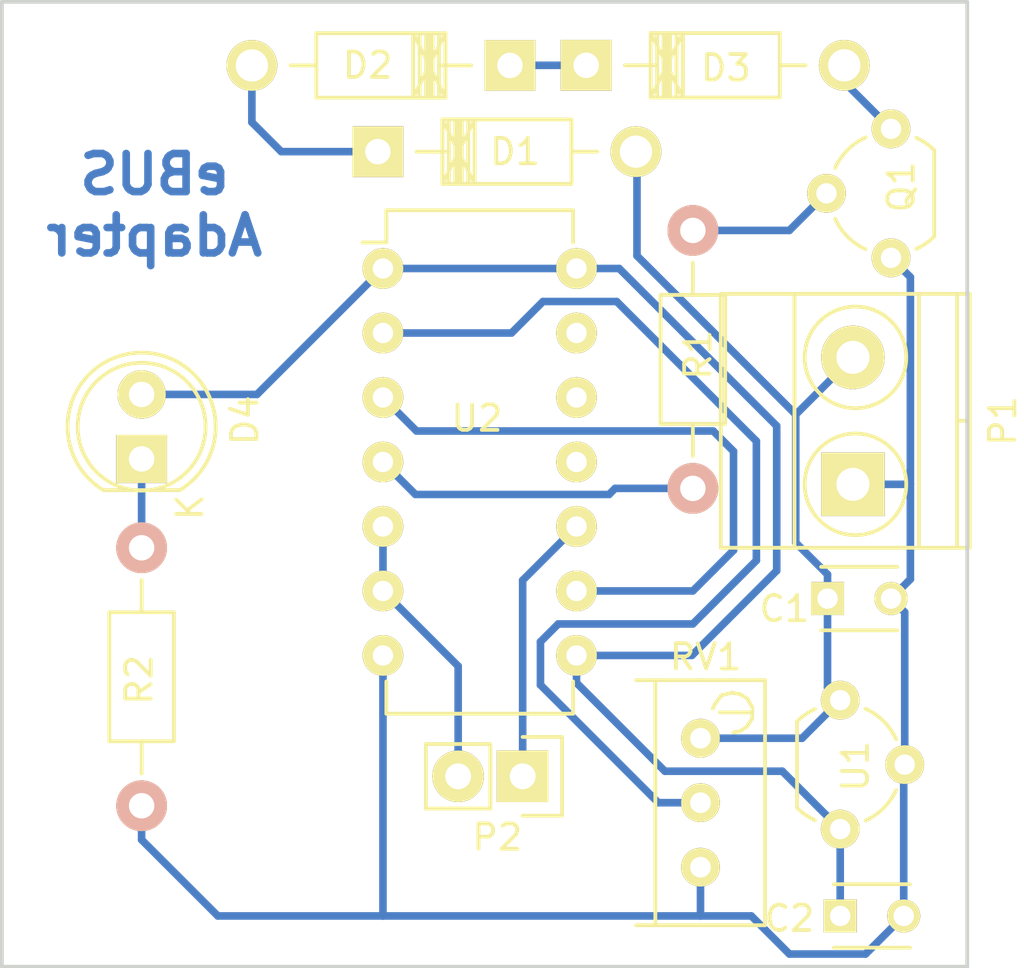
<source format=kicad_pcb>

(kicad_pcb
  (version 4)
  (host pcbnew 4.0.2-stable)
  (general
    (links 27)
    (no_connects 0)
    (area 11.924999 11.775 52.375 50.075001)
    (thickness 1.6)
    (drawings 5)
    (tracks 82)
    (zones 0)
    (modules 14)
    (nets 14))
  (page A4)
  (layers
    (0 F.Cu signal)
    (31 B.Cu signal)
    (32 B.Adhes user)
    (33 F.Adhes user)
    (34 B.Paste user)
    (35 F.Paste user)
    (36 B.SilkS user)
    (37 F.SilkS user)
    (38 B.Mask user)
    (39 F.Mask user)
    (40 Dwgs.User user)
    (41 Cmts.User user)
    (42 Eco1.User user)
    (43 Eco2.User user)
    (44 Edge.Cuts user)
    (45 Margin user)
    (46 B.CrtYd user)
    (47 F.CrtYd user)
    (48 B.Fab user)
    (49 F.Fab user))
  (setup
    (last_trace_width 0.3)
    (trace_clearance 0.2)
    (zone_clearance 0.508)
    (zone_45_only no)
    (trace_min 0.2)
    (segment_width 0.2)
    (edge_width 0.15)
    (via_size 0.6)
    (via_drill 0.4)
    (via_min_size 0.4)
    (via_min_drill 0.3)
    (uvia_size 0.3)
    (uvia_drill 0.1)
    (uvias_allowed no)
    (uvia_min_size 0.2)
    (uvia_min_drill 0.1)
    (pcb_text_width 0.3)
    (pcb_text_size 1.5 1.5)
    (mod_edge_width 0.15)
    (mod_text_size 1 1)
    (mod_text_width 0.15)
    (pad_size 1.524 1.524)
    (pad_drill 0.762)
    (pad_to_mask_clearance 0.2)
    (aux_axis_origin 0 0)
    (visible_elements FFFFFF7F)
    (pcbplotparams
      (layerselection 0x010f0_80000001)
      (usegerberextensions false)
      (excludeedgelayer true)
      (linewidth 0.1)
      (plotframeref false)
      (viasonmask false)
      (mode 1)
      (useauxorigin false)
      (hpglpennumber 1)
      (hpglpenspeed 20)
      (hpglpendiameter 15)
      (hpglpenoverlay 2)
      (psnegative false)
      (psa4output false)
      (plotreference true)
      (plotvalue true)
      (plotinvisibletext false)
      (padsonsilk false)
      (subtractmaskfromsilk false)
      (outputformat 1)
      (mirror false)
      (drillshape 0)
      (scaleselection 1)
      (outputdirectory gerbers)))
  (net 0 "")
  (net 1 EBUS+)
  (net 2 EBUS-)
  (net 3 VDD)
  (net 4 "Net-(D1-Pad1)")
  (net 5 "Net-(D2-Pad1)")
  (net 6 "Net-(D3-Pad2)")
  (net 7 "Net-(D4-Pad1)")
  (net 8 RXD)
  (net 9 TXD)
  (net 10 "Net-(Q1-Pad2)")
  (net 11 "Net-(R1-Pad2)")
  (net 12 "Net-(RV1-Pad2)")
  (net 13 "Net-(U2-Pad3)")
  (net_class Default "This is the default net class."
    (clearance 0.2)
    (trace_width 0.3)
    (via_dia 0.6)
    (via_drill 0.4)
    (uvia_dia 0.3)
    (uvia_drill 0.1)
    (add_net EBUS+)
    (add_net EBUS-)
    (add_net "Net-(D1-Pad1)")
    (add_net "Net-(D2-Pad1)")
    (add_net "Net-(D3-Pad2)")
    (add_net "Net-(D4-Pad1)")
    (add_net "Net-(Q1-Pad2)")
    (add_net "Net-(R1-Pad2)")
    (add_net "Net-(RV1-Pad2)")
    (add_net "Net-(U2-Pad3)")
    (add_net RXD)
    (add_net TXD)
    (add_net VDD))
  (module Terminal_Blocks:TerminalBlock_Pheonix_MKDS1.5-2pol
    (layer F.Cu)
    (tedit 5630070000.0)
    (tstamp 57E7F0FE)
    (at 45.5 31 90)
    (descr "2-way 5mm pitch terminal block, Phoenix MKDS series")
    (path /57E4F43B)
    (fp_text reference P1
      (at 2.5 5.9 90)
      (layer F.SilkS)
      (effects
        (font
          (size 1 1)
          (thickness 0.15))))
    (fp_text value EBUS
      (at 2.5 -6.6 90)
      (layer F.Fab)
      (effects
        (font
          (size 1 1)
          (thickness 0.15))))
    (fp_line
      (start -2.7 -5.4)
      (end 7.7 -5.4)
      (layer F.CrtYd)
      (width 0.05))
    (fp_line
      (start -2.7 4.8)
      (end -2.7 -5.4)
      (layer F.CrtYd)
      (width 0.05))
    (fp_line
      (start 7.7 4.8)
      (end -2.7 4.8)
      (layer F.CrtYd)
      (width 0.05))
    (fp_line
      (start 7.7 -5.4)
      (end 7.7 4.8)
      (layer F.CrtYd)
      (width 0.05))
    (fp_line
      (start 2.5 4.1)
      (end 2.5 4.6)
      (layer F.SilkS)
      (width 0.15))
    (fp_line
      (start -2.5 2.6)
      (end 7.5 2.6)
      (layer F.SilkS)
      (width 0.15))
    (fp_line
      (start -2.5 -2.3)
      (end 7.5 -2.3)
      (layer F.SilkS)
      (width 0.15))
    (fp_line
      (start -2.5 4.1)
      (end 7.5 4.1)
      (layer F.SilkS)
      (width 0.15))
    (fp_line
      (start -2.5 4.6)
      (end 7.5 4.6)
      (layer F.SilkS)
      (width 0.15))
    (fp_line
      (start 7.5 4.6)
      (end 7.5 -5.2)
      (layer F.SilkS)
      (width 0.15))
    (fp_line
      (start 7.5 -5.2)
      (end -2.5 -5.2)
      (layer F.SilkS)
      (width 0.15))
    (fp_line
      (start -2.5 -5.2)
      (end -2.5 4.6)
      (layer F.SilkS)
      (width 0.15))
    (fp_circle
      (center 5 0.1)
      (end 3 0.1)
      (layer F.SilkS)
      (width 0.15))
    (fp_circle
      (center 0 0.1)
      (end 2 0.1)
      (layer F.SilkS)
      (width 0.15))
    (pad 1 thru_hole rect
      (at 0 0 90)
      (size 2.5 2.5)
      (drill 1.3)
      (layers *.Cu *.Mask F.SilkS)
      (net 2 EBUS-))
    (pad 2 thru_hole circle
      (at 5 0 90)
      (size 2.5 2.5)
      (drill 1.3)
      (layers *.Cu *.Mask F.SilkS)
      (net 1 EBUS+))
    (model Terminal_Blocks.3dshapes/TerminalBlock_Pheonix_MKDS1.5-2pol.wrl
      (at
        (xyz 0.0984 0 0))
      (scale
        (xyz 1 1 1))
      (rotate
        (xyz 0 0 0))))
  (module Diodes_ThroughHole:Diode_DO-41_SOD81_Horizontal_RM10
    (layer F.Cu)
    (tedit 57E4FE3B)
    (tstamp 57E4F97F)
    (at 26.8 17.9)
    (descr "Diode, DO-41, SOD81, Horizontal, RM 10mm,")
    (tags "Diode, DO-41, SOD81, Horizontal, RM 10mm, 1N4007, SB140,")
    (path /57E4F5BD)
    (fp_text reference D1
      (at 5.4 0)
      (layer F.SilkS)
      (effects
        (font
          (size 1 1)
          (thickness 0.15))))
    (fp_text value 1N4148
      (at 5 1.5)
      (layer F.Fab)
      (effects
        (font
          (size 1 1)
          (thickness 0.15))))
    (fp_line
      (start 7.62 -0.00254)
      (end 8.636 -0.00254)
      (layer F.SilkS)
      (width 0.15))
    (fp_line
      (start 2.794 -0.00254)
      (end 1.524 -0.00254)
      (layer F.SilkS)
      (width 0.15))
    (fp_line
      (start 3.048 -1.27254)
      (end 3.048 1.26746)
      (layer F.SilkS)
      (width 0.15))
    (fp_line
      (start 3.302 -1.27254)
      (end 3.302 1.26746)
      (layer F.SilkS)
      (width 0.15))
    (fp_line
      (start 3.556 -1.27254)
      (end 3.556 1.26746)
      (layer F.SilkS)
      (width 0.15))
    (fp_line
      (start 2.794 -1.27254)
      (end 2.794 1.26746)
      (layer F.SilkS)
      (width 0.15))
    (fp_line
      (start 3.81 -1.27254)
      (end 2.54 1.26746)
      (layer F.SilkS)
      (width 0.15))
    (fp_line
      (start 2.54 -1.27254)
      (end 3.81 1.26746)
      (layer F.SilkS)
      (width 0.15))
    (fp_line
      (start 3.81 -1.27254)
      (end 3.81 1.26746)
      (layer F.SilkS)
      (width 0.15))
    (fp_line
      (start 3.175 -1.27254)
      (end 3.175 1.26746)
      (layer F.SilkS)
      (width 0.15))
    (fp_line
      (start 2.54 1.26746)
      (end 2.54 -1.27254)
      (layer F.SilkS)
      (width 0.15))
    (fp_line
      (start 2.54 -1.27254)
      (end 7.62 -1.27254)
      (layer F.SilkS)
      (width 0.15))
    (fp_line
      (start 7.62 -1.27254)
      (end 7.62 1.26746)
      (layer F.SilkS)
      (width 0.15))
    (fp_line
      (start 7.62 1.26746)
      (end 2.54 1.26746)
      (layer F.SilkS)
      (width 0.15))
    (pad 2 thru_hole circle
      (at 10.16 -0.00254 180)
      (size 1.99898 1.99898)
      (drill 1.27)
      (layers *.Cu *.Mask F.SilkS)
      (net 1 EBUS+))
    (pad 1 thru_hole rect
      (at 0 -0.00254 180)
      (size 1.99898 1.99898)
      (drill 1.00076)
      (layers *.Cu *.Mask F.SilkS)
      (net 4 "Net-(D1-Pad1)")))
  (module Diodes_ThroughHole:Diode_DO-41_SOD81_Horizontal_RM10
    (layer F.Cu)
    (tedit 57E4FE27)
    (tstamp 57E4F985)
    (at 32 14.5 180)
    (descr "Diode, DO-41, SOD81, Horizontal, RM 10mm,")
    (tags "Diode, DO-41, SOD81, Horizontal, RM 10mm, 1N4007, SB140,")
    (path /57E4F59A)
    (fp_text reference D2
      (at 5.6 0 180)
      (layer F.SilkS)
      (effects
        (font
          (size 1 1)
          (thickness 0.15))))
    (fp_text value 1N4148
      (at 5.1 1.6 180)
      (layer F.Fab)
      (effects
        (font
          (size 1 1)
          (thickness 0.15))))
    (fp_line
      (start 7.62 -0.00254)
      (end 8.636 -0.00254)
      (layer F.SilkS)
      (width 0.15))
    (fp_line
      (start 2.794 -0.00254)
      (end 1.524 -0.00254)
      (layer F.SilkS)
      (width 0.15))
    (fp_line
      (start 3.048 -1.27254)
      (end 3.048 1.26746)
      (layer F.SilkS)
      (width 0.15))
    (fp_line
      (start 3.302 -1.27254)
      (end 3.302 1.26746)
      (layer F.SilkS)
      (width 0.15))
    (fp_line
      (start 3.556 -1.27254)
      (end 3.556 1.26746)
      (layer F.SilkS)
      (width 0.15))
    (fp_line
      (start 2.794 -1.27254)
      (end 2.794 1.26746)
      (layer F.SilkS)
      (width 0.15))
    (fp_line
      (start 3.81 -1.27254)
      (end 2.54 1.26746)
      (layer F.SilkS)
      (width 0.15))
    (fp_line
      (start 2.54 -1.27254)
      (end 3.81 1.26746)
      (layer F.SilkS)
      (width 0.15))
    (fp_line
      (start 3.81 -1.27254)
      (end 3.81 1.26746)
      (layer F.SilkS)
      (width 0.15))
    (fp_line
      (start 3.175 -1.27254)
      (end 3.175 1.26746)
      (layer F.SilkS)
      (width 0.15))
    (fp_line
      (start 2.54 1.26746)
      (end 2.54 -1.27254)
      (layer F.SilkS)
      (width 0.15))
    (fp_line
      (start 2.54 -1.27254)
      (end 7.62 -1.27254)
      (layer F.SilkS)
      (width 0.15))
    (fp_line
      (start 7.62 -1.27254)
      (end 7.62 1.26746)
      (layer F.SilkS)
      (width 0.15))
    (fp_line
      (start 7.62 1.26746)
      (end 2.54 1.26746)
      (layer F.SilkS)
      (width 0.15))
    (pad 2 thru_hole circle
      (at 10.16 -0.00254)
      (size 1.99898 1.99898)
      (drill 1.27)
      (layers *.Cu *.Mask F.SilkS)
      (net 4 "Net-(D1-Pad1)"))
    (pad 1 thru_hole rect
      (at 0 -0.00254)
      (size 1.99898 1.99898)
      (drill 1.00076)
      (layers *.Cu *.Mask F.SilkS)
      (net 5 "Net-(D2-Pad1)")))
  (module Diodes_ThroughHole:Diode_DO-41_SOD81_Horizontal_RM10
    (layer F.Cu)
    (tedit 57E4FE7A)
    (tstamp 57E4F98B)
    (at 35 14.5)
    (descr "Diode, DO-41, SOD81, Horizontal, RM 10mm,")
    (tags "Diode, DO-41, SOD81, Horizontal, RM 10mm, 1N4007, SB140,")
    (path /57E4F60B)
    (fp_text reference D3
      (at 5.5 0.1)
      (layer F.SilkS)
      (effects
        (font
          (size 1 1)
          (thickness 0.15))))
    (fp_text value 7.5V/1.3W
      (at 5.1 -1.5)
      (layer F.Fab)
      (effects
        (font
          (size 1 1)
          (thickness 0.15))))
    (fp_line
      (start 7.62 -0.00254)
      (end 8.636 -0.00254)
      (layer F.SilkS)
      (width 0.15))
    (fp_line
      (start 2.794 -0.00254)
      (end 1.524 -0.00254)
      (layer F.SilkS)
      (width 0.15))
    (fp_line
      (start 3.048 -1.27254)
      (end 3.048 1.26746)
      (layer F.SilkS)
      (width 0.15))
    (fp_line
      (start 3.302 -1.27254)
      (end 3.302 1.26746)
      (layer F.SilkS)
      (width 0.15))
    (fp_line
      (start 3.556 -1.27254)
      (end 3.556 1.26746)
      (layer F.SilkS)
      (width 0.15))
    (fp_line
      (start 2.794 -1.27254)
      (end 2.794 1.26746)
      (layer F.SilkS)
      (width 0.15))
    (fp_line
      (start 3.81 -1.27254)
      (end 2.54 1.26746)
      (layer F.SilkS)
      (width 0.15))
    (fp_line
      (start 2.54 -1.27254)
      (end 3.81 1.26746)
      (layer F.SilkS)
      (width 0.15))
    (fp_line
      (start 3.81 -1.27254)
      (end 3.81 1.26746)
      (layer F.SilkS)
      (width 0.15))
    (fp_line
      (start 3.175 -1.27254)
      (end 3.175 1.26746)
      (layer F.SilkS)
      (width 0.15))
    (fp_line
      (start 2.54 1.26746)
      (end 2.54 -1.27254)
      (layer F.SilkS)
      (width 0.15))
    (fp_line
      (start 2.54 -1.27254)
      (end 7.62 -1.27254)
      (layer F.SilkS)
      (width 0.15))
    (fp_line
      (start 7.62 -1.27254)
      (end 7.62 1.26746)
      (layer F.SilkS)
      (width 0.15))
    (fp_line
      (start 7.62 1.26746)
      (end 2.54 1.26746)
      (layer F.SilkS)
      (width 0.15))
    (pad 2 thru_hole circle
      (at 10.16 -0.00254 180)
      (size 1.99898 1.99898)
      (drill 1.27)
      (layers *.Cu *.Mask F.SilkS)
      (net 6 "Net-(D3-Pad2)"))
    (pad 1 thru_hole rect
      (at 0 -0.00254 180)
      (size 1.99898 1.99898)
      (drill 1.00076)
      (layers *.Cu *.Mask F.SilkS)
      (net 5 "Net-(D2-Pad1)")))
  (module LEDs:LED-5MM
    (layer F.Cu)
    (tedit 5570F7EA)
    (tstamp 57E4F991)
    (at 17.5 30 90)
    (descr "LED 5mm round vertical")
    (tags "LED 5mm round vertical")
    (path /57E4F54E)
    (fp_text reference D4
      (at 1.524 4.064 90)
      (layer F.SilkS)
      (effects
        (font
          (size 1 1)
          (thickness 0.15))))
    (fp_text value LED
      (at 1.524 -3.937 90)
      (layer F.Fab)
      (effects
        (font
          (size 1 1)
          (thickness 0.15))))
    (fp_text user K
      (at -1.905 1.905 90)
      (layer F.SilkS)
      (effects
        (font
          (size 1 1)
          (thickness 0.15))))
    (fp_line
      (start -1.5 -1.55)
      (end -1.5 1.55)
      (layer F.CrtYd)
      (width 0.05))
    (fp_line
      (start -1.23 1.5)
      (end -1.23 -1.5)
      (layer F.SilkS)
      (width 0.15))
    (fp_arc
      (start 1.3 0)
      (end -1.5 1.55)
      (angle -302)
      (layer F.CrtYd)
      (width 0.05))
    (fp_arc
      (start 1.27 0)
      (end -1.23 -1.5)
      (angle 297.5)
      (layer F.SilkS)
      (width 0.15))
    (fp_circle
      (center 1.27 0)
      (end 0.97 -2.5)
      (layer F.SilkS)
      (width 0.15))
    (pad 1 thru_hole rect
      (at 0 0 180)
      (size 2 1.9)
      (drill 1.00076)
      (layers *.Cu *.Mask F.SilkS)
      (net 7 "Net-(D4-Pad1)"))
    (pad 2 thru_hole circle
      (at 2.54 0 90)
      (size 1.9 1.9)
      (drill 1.00076)
      (layers *.Cu *.Mask F.SilkS)
      (net 3 VDD))
    (model LEDs.3dshapes/LED-5MM.wrl
      (at
        (xyz 0.05 0 0))
      (scale
        (xyz 1 1 1))
      (rotate
        (xyz 0 0 90))))
  (module Pin_Headers:Pin_Header_Straight_1x02
    (layer F.Cu)
    (tedit 57E4FE5E)
    (tstamp 57E4F99D)
    (at 32.5 42.5 270)
    (descr "Through hole pin header")
    (tags "pin header")
    (path /57E4F814)
    (fp_text reference P2
      (at 2.4 1 360)
      (layer F.SilkS)
      (effects
        (font
          (size 1 1)
          (thickness 0.15))))
    (fp_text value RS232
      (at 3.9 0.8 360)
      (layer F.Fab)
      (effects
        (font
          (size 1 1)
          (thickness 0.15))))
    (fp_line
      (start 1.27 1.27)
      (end 1.27 3.81)
      (layer F.SilkS)
      (width 0.15))
    (fp_line
      (start 1.55 -1.55)
      (end 1.55 0)
      (layer F.SilkS)
      (width 0.15))
    (fp_line
      (start -1.75 -1.75)
      (end -1.75 4.3)
      (layer F.CrtYd)
      (width 0.05))
    (fp_line
      (start 1.75 -1.75)
      (end 1.75 4.3)
      (layer F.CrtYd)
      (width 0.05))
    (fp_line
      (start -1.75 -1.75)
      (end 1.75 -1.75)
      (layer F.CrtYd)
      (width 0.05))
    (fp_line
      (start -1.75 4.3)
      (end 1.75 4.3)
      (layer F.CrtYd)
      (width 0.05))
    (fp_line
      (start 1.27 1.27)
      (end -1.27 1.27)
      (layer F.SilkS)
      (width 0.15))
    (fp_line
      (start -1.55 0)
      (end -1.55 -1.55)
      (layer F.SilkS)
      (width 0.15))
    (fp_line
      (start -1.55 -1.55)
      (end 1.55 -1.55)
      (layer F.SilkS)
      (width 0.15))
    (fp_line
      (start -1.27 1.27)
      (end -1.27 3.81)
      (layer F.SilkS)
      (width 0.15))
    (fp_line
      (start -1.27 3.81)
      (end 1.27 3.81)
      (layer F.SilkS)
      (width 0.15))
    (pad 1 thru_hole rect
      (at 0 0 270)
      (size 2.032 2.032)
      (drill 1.016)
      (layers *.Cu *.Mask F.SilkS)
      (net 8 RXD))
    (pad 2 thru_hole oval
      (at 0 2.54 270)
      (size 2.032 2.032)
      (drill 1.016)
      (layers *.Cu *.Mask F.SilkS)
      (net 9 TXD))
    (model Pin_Headers.3dshapes/Pin_Header_Straight_1x02.wrl
      (at
        (xyz 0 -0.05 0))
      (scale
        (xyz 1 1 1))
      (rotate
        (xyz 0 0 90))))
  (module TO_SOT_Packages_THT:TO-92_Molded_Wide
    (layer F.Cu)
    (tedit 57E4FE41)
    (tstamp 57E4F9A4)
    (at 47 22.08 90)
    (descr "TO-92 leads molded, wide, drill 0.8mm (see NXP sot054_po.pdf)")
    (tags "to-92 sc-43 sc-43a sot54 PA33 transistor")
    (path /57E4F667)
    (fp_text reference Q1
      (at 2.8 0.4 270)
      (layer F.SilkS)
      (effects
        (font
          (size 1 1)
          (thickness 0.15))))
    (fp_text value PN2222A
      (at 2.7 2.3 90)
      (layer F.Fab)
      (effects
        (font
          (size 1 1)
          (thickness 0.15))))
    (fp_arc
      (start 2.54 0)
      (end 0.34 -1)
      (angle 41.11209044)
      (layer F.SilkS)
      (width 0.15))
    (fp_arc
      (start 2.54 0)
      (end 4.74 -1)
      (angle -41.11210221)
      (layer F.SilkS)
      (width 0.15))
    (fp_arc
      (start 2.54 0)
      (end 0.84 1.7)
      (angle 20.5)
      (layer F.SilkS)
      (width 0.15))
    (fp_arc
      (start 2.54 0)
      (end 4.24 1.7)
      (angle -20.5)
      (layer F.SilkS)
      (width 0.15))
    (fp_line
      (start -1 1.95)
      (end -1 -3.55)
      (layer F.CrtYd)
      (width 0.05))
    (fp_line
      (start -1 1.95)
      (end 6.1 1.95)
      (layer F.CrtYd)
      (width 0.05))
    (fp_line
      (start 0.84 1.7)
      (end 4.24 1.7)
      (layer F.SilkS)
      (width 0.15))
    (fp_line
      (start -1 -3.55)
      (end 6.1 -3.55)
      (layer F.CrtYd)
      (width 0.05))
    (fp_line
      (start 6.1 1.95)
      (end 6.1 -3.55)
      (layer F.CrtYd)
      (width 0.05))
    (pad 2 thru_hole circle
      (at 2.54 -2.54 180)
      (size 1.524 1.524)
      (drill 0.8)
      (layers *.Cu *.Mask F.SilkS)
      (net 10 "Net-(Q1-Pad2)"))
    (pad 3 thru_hole circle
      (at 5.08 0 180)
      (size 1.524 1.524)
      (drill 0.8)
      (layers *.Cu *.Mask F.SilkS)
      (net 6 "Net-(D3-Pad2)"))
    (pad 1 thru_hole circle
      (at 0 0 180)
      (size 1.524 1.524)
      (drill 0.8)
      (layers *.Cu *.Mask F.SilkS)
      (net 2 EBUS-))
    (model TO_SOT_Packages_THT.3dshapes/TO-92_Molded_Wide.wrl
      (at
        (xyz 0.1 0 0))
      (scale
        (xyz 1 1 1))
      (rotate
        (xyz 0 0 -90))))
  (module Resistors_ThroughHole:Resistor_Horizontal_RM10mm
    (layer F.Cu)
    (tedit 57E4FE6E)
    (tstamp 57E4F9AA)
    (at 39.2 21 270)
    (descr "Resistor, Axial,  RM 10mm, 1/3W")
    (tags "Resistor Axial RM 10mm 1/3W")
    (path /57E4F633)
    (fp_text reference R1
      (at 4.9 -0.2 270)
      (layer F.SilkS)
      (effects
        (font
          (size 1 1)
          (thickness 0.15))))
    (fp_text value 8k
      (at 5.2 2.1 270)
      (layer F.Fab)
      (effects
        (font
          (size 1 1)
          (thickness 0.15))))
    (fp_line
      (start -1.25 -1.5)
      (end 11.4 -1.5)
      (layer F.CrtYd)
      (width 0.05))
    (fp_line
      (start -1.25 1.5)
      (end -1.25 -1.5)
      (layer F.CrtYd)
      (width 0.05))
    (fp_line
      (start 11.4 -1.5)
      (end 11.4 1.5)
      (layer F.CrtYd)
      (width 0.05))
    (fp_line
      (start -1.25 1.5)
      (end 11.4 1.5)
      (layer F.CrtYd)
      (width 0.05))
    (fp_line
      (start 2.54 -1.27)
      (end 7.62 -1.27)
      (layer F.SilkS)
      (width 0.15))
    (fp_line
      (start 7.62 -1.27)
      (end 7.62 1.27)
      (layer F.SilkS)
      (width 0.15))
    (fp_line
      (start 7.62 1.27)
      (end 2.54 1.27)
      (layer F.SilkS)
      (width 0.15))
    (fp_line
      (start 2.54 1.27)
      (end 2.54 -1.27)
      (layer F.SilkS)
      (width 0.15))
    (fp_line
      (start 2.54 0)
      (end 1.27 0)
      (layer F.SilkS)
      (width 0.15))
    (fp_line
      (start 7.62 0)
      (end 8.89 0)
      (layer F.SilkS)
      (width 0.15))
    (pad 1 thru_hole circle
      (at 0 0 270)
      (size 1.99898 1.99898)
      (drill 1.00076)
      (layers *.Cu *.SilkS *.Mask)
      (net 10 "Net-(Q1-Pad2)"))
    (pad 2 thru_hole circle
      (at 10.16 0 270)
      (size 1.99898 1.99898)
      (drill 1.00076)
      (layers *.Cu *.SilkS *.Mask)
      (net 11 "Net-(R1-Pad2)"))
    (model Resistors_ThroughHole.3dshapes/Resistor_Horizontal_RM10mm.wrl
      (at
        (xyz 0 0 0))
      (scale
        (xyz 0.4 0.4 0.4))
      (rotate
        (xyz 0 0 0))))
  (module Resistors_ThroughHole:Resistor_Horizontal_RM10mm
    (layer F.Cu)
    (tedit 57E4FE80)
    (tstamp 57E4F9B0)
    (at 17.5 33.5 270)
    (descr "Resistor, Axial,  RM 10mm, 1/3W")
    (tags "Resistor Axial RM 10mm 1/3W")
    (path /57E4F56F)
    (fp_text reference R2
      (at 5.2 0.1 270)
      (layer F.SilkS)
      (effects
        (font
          (size 1 1)
          (thickness 0.15))))
    (fp_text value 470
      (at 5.4 -2.5 270)
      (layer F.Fab)
      (effects
        (font
          (size 1 1)
          (thickness 0.15))))
    (fp_line
      (start -1.25 -1.5)
      (end 11.4 -1.5)
      (layer F.CrtYd)
      (width 0.05))
    (fp_line
      (start -1.25 1.5)
      (end -1.25 -1.5)
      (layer F.CrtYd)
      (width 0.05))
    (fp_line
      (start 11.4 -1.5)
      (end 11.4 1.5)
      (layer F.CrtYd)
      (width 0.05))
    (fp_line
      (start -1.25 1.5)
      (end 11.4 1.5)
      (layer F.CrtYd)
      (width 0.05))
    (fp_line
      (start 2.54 -1.27)
      (end 7.62 -1.27)
      (layer F.SilkS)
      (width 0.15))
    (fp_line
      (start 7.62 -1.27)
      (end 7.62 1.27)
      (layer F.SilkS)
      (width 0.15))
    (fp_line
      (start 7.62 1.27)
      (end 2.54 1.27)
      (layer F.SilkS)
      (width 0.15))
    (fp_line
      (start 2.54 1.27)
      (end 2.54 -1.27)
      (layer F.SilkS)
      (width 0.15))
    (fp_line
      (start 2.54 0)
      (end 1.27 0)
      (layer F.SilkS)
      (width 0.15))
    (fp_line
      (start 7.62 0)
      (end 8.89 0)
      (layer F.SilkS)
      (width 0.15))
    (pad 1 thru_hole circle
      (at 0 0 270)
      (size 1.99898 1.99898)
      (drill 1.00076)
      (layers *.Cu *.SilkS *.Mask)
      (net 7 "Net-(D4-Pad1)"))
    (pad 2 thru_hole circle
      (at 10.16 0 270)
      (size 1.99898 1.99898)
      (drill 1.00076)
      (layers *.Cu *.SilkS *.Mask)
      (net 2 EBUS-))
    (model Resistors_ThroughHole.3dshapes/Resistor_Horizontal_RM10mm.wrl
      (at
        (xyz 0 0 0))
      (scale
        (xyz 0.4 0.4 0.4))
      (rotate
        (xyz 0 0 0))))
  (module Potentiometers:Potentiometer_Bourns_3296W_3-8Zoll_Inline_ScrewUp
    (layer F.Cu)
    (tedit 57E4FE65)
    (tstamp 57E4F9B7)
    (at 39.5 41 180)
    (descr "3296, 3/8, Square, Trimpot, Trimming, Potentiometer, Bourns")
    (tags "3296, 3/8, Square, Trimpot, Trimming, Potentiometer, Bourns")
    (path /57E4F6AB)
    (fp_text reference RV1
      (at -0.2 3.2 180)
      (layer F.SilkS)
      (effects
        (font
          (size 1 1)
          (thickness 0.15))))
    (fp_text value 10k
      (at 2.8 -2.4 270)
      (layer F.Fab)
      (effects
        (font
          (size 1 1)
          (thickness 0.15))))
    (fp_line
      (start -2.032 1.016)
      (end -0.762 1.016)
      (layer F.SilkS)
      (width 0.15))
    (fp_line
      (start -1.2827 0.2286)
      (end -1.5367 0.2667)
      (layer F.SilkS)
      (width 0.15))
    (fp_line
      (start -1.5367 0.2667)
      (end -1.8161 0.4445)
      (layer F.SilkS)
      (width 0.15))
    (fp_line
      (start -1.8161 0.4445)
      (end -2.032 0.762)
      (layer F.SilkS)
      (width 0.15))
    (fp_line
      (start -2.032 0.762)
      (end -2.0447 1.2065)
      (layer F.SilkS)
      (width 0.15))
    (fp_line
      (start -2.0447 1.2065)
      (end -1.8415 1.5621)
      (layer F.SilkS)
      (width 0.15))
    (fp_line
      (start -1.8415 1.5621)
      (end -1.5494 1.7399)
      (layer F.SilkS)
      (width 0.15))
    (fp_line
      (start -1.5494 1.7399)
      (end -1.2319 1.7907)
      (layer F.SilkS)
      (width 0.15))
    (fp_line
      (start -1.2319 1.7907)
      (end -0.8255 1.6891)
      (layer F.SilkS)
      (width 0.15))
    (fp_line
      (start -0.8255 1.6891)
      (end -0.5715 1.3462)
      (layer F.SilkS)
      (width 0.15))
    (fp_line
      (start -0.5715 1.3462)
      (end -0.4826 1.1684)
      (layer F.SilkS)
      (width 0.15))
    (fp_line
      (start 1.778 -7.366)
      (end 1.778 2.286)
      (layer F.SilkS)
      (width 0.15))
    (fp_line
      (start -1.27 2.286)
      (end -2.54 2.286)
      (layer F.SilkS)
      (width 0.15))
    (fp_line
      (start -2.54 2.286)
      (end -2.54 -7.366)
      (layer F.SilkS)
      (width 0.15))
    (fp_line
      (start -2.54 -7.366)
      (end 2.54 -7.366)
      (layer F.SilkS)
      (width 0.15))
    (fp_line
      (start 2.54 2.286)
      (end 0 2.286)
      (layer F.SilkS)
      (width 0.15))
    (fp_line
      (start 0 2.286)
      (end -1.27 2.286)
      (layer F.SilkS)
      (width 0.15))
    (pad 2 thru_hole circle
      (at 0 -2.54 180)
      (size 1.524 1.524)
      (drill 0.8128)
      (layers *.Cu *.Mask F.SilkS)
      (net 12 "Net-(RV1-Pad2)"))
    (pad 3 thru_hole circle
      (at 0 -5.08 180)
      (size 1.524 1.524)
      (drill 0.8128)
      (layers *.Cu *.Mask F.SilkS)
      (net 2 EBUS-))
    (pad 1 thru_hole circle
      (at 0 0 180)
      (size 1.524 1.524)
      (drill 0.8128)
      (layers *.Cu *.Mask F.SilkS)
      (net 1 EBUS+))
    (model Potentiometers.3dshapes/Potentiometer_Bourns_3296W_3-8Zoll_Inline_ScrewUp.wrl
      (at
        (xyz 0 0 0))
      (scale
        (xyz 1 1 1))
      (rotate
        (xyz 0 0 0))))
  (module TO_SOT_Packages_THT:TO-92_Molded_Wide
    (layer F.Cu)
    (tedit 57E4FE74)
    (tstamp 57E4F9BE)
    (at 45 39.5 270)
    (descr "TO-92 leads molded, wide, drill 0.8mm (see NXP sot054_po.pdf)")
    (tags "to-92 sc-43 sc-43a sot54 PA33 transistor")
    (path /57E4F4CD)
    (fp_text reference U1
      (at 2.6 -0.6 450)
      (layer F.SilkS)
      (effects
        (font
          (size 1 1)
          (thickness 0.15))))
    (fp_text value 7805
      (at 2.6 1.2 270)
      (layer F.Fab)
      (effects
        (font
          (size 1 1)
          (thickness 0.15))))
    (fp_arc
      (start 2.54 0)
      (end 0.34 -1)
      (angle 41.11209044)
      (layer F.SilkS)
      (width 0.15))
    (fp_arc
      (start 2.54 0)
      (end 4.74 -1)
      (angle -41.11210221)
      (layer F.SilkS)
      (width 0.15))
    (fp_arc
      (start 2.54 0)
      (end 0.84 1.7)
      (angle 20.5)
      (layer F.SilkS)
      (width 0.15))
    (fp_arc
      (start 2.54 0)
      (end 4.24 1.7)
      (angle -20.5)
      (layer F.SilkS)
      (width 0.15))
    (fp_line
      (start -1 1.95)
      (end -1 -3.55)
      (layer F.CrtYd)
      (width 0.05))
    (fp_line
      (start -1 1.95)
      (end 6.1 1.95)
      (layer F.CrtYd)
      (width 0.05))
    (fp_line
      (start 0.84 1.7)
      (end 4.24 1.7)
      (layer F.SilkS)
      (width 0.15))
    (fp_line
      (start -1 -3.55)
      (end 6.1 -3.55)
      (layer F.CrtYd)
      (width 0.05))
    (fp_line
      (start 6.1 1.95)
      (end 6.1 -3.55)
      (layer F.CrtYd)
      (width 0.05))
    (pad 2 thru_hole circle
      (at 2.54 -2.54)
      (size 1.524 1.524)
      (drill 0.8)
      (layers *.Cu *.Mask F.SilkS)
      (net 2 EBUS-))
    (pad 3 thru_hole circle
      (at 5.08 0)
      (size 1.524 1.524)
      (drill 0.8)
      (layers *.Cu *.Mask F.SilkS)
      (net 3 VDD))
    (pad 1 thru_hole circle
      (at 0 0)
      (size 1.524 1.524)
      (drill 0.8)
      (layers *.Cu *.Mask F.SilkS)
      (net 1 EBUS+))
    (model TO_SOT_Packages_THT.3dshapes/TO-92_Molded_Wide.wrl
      (at
        (xyz 0.1 0 0))
      (scale
        (xyz 1 1 1))
      (rotate
        (xyz 0 0 -90))))
  (module Housings_DIP:DIP-14_W7.62mm
    (layer F.Cu)
    (tedit 57E4FE32)
    (tstamp 57E4F9D0)
    (at 27 22.5)
    (descr "14-lead dip package, row spacing 7.62 mm (300 mils)")
    (tags "dil dip 2.54 300")
    (path /57E4F72F)
    (fp_text reference U2
      (at 3.7 5.9)
      (layer F.SilkS)
      (effects
        (font
          (size 1 1)
          (thickness 0.15))))
    (fp_text value 4011
      (at 3.8 7.8)
      (layer F.Fab)
      (effects
        (font
          (size 1 1)
          (thickness 0.15))))
    (fp_line
      (start -1.05 -2.45)
      (end -1.05 17.7)
      (layer F.CrtYd)
      (width 0.05))
    (fp_line
      (start 8.65 -2.45)
      (end 8.65 17.7)
      (layer F.CrtYd)
      (width 0.05))
    (fp_line
      (start -1.05 -2.45)
      (end 8.65 -2.45)
      (layer F.CrtYd)
      (width 0.05))
    (fp_line
      (start -1.05 17.7)
      (end 8.65 17.7)
      (layer F.CrtYd)
      (width 0.05))
    (fp_line
      (start 0.135 -2.295)
      (end 0.135 -1.025)
      (layer F.SilkS)
      (width 0.15))
    (fp_line
      (start 7.485 -2.295)
      (end 7.485 -1.025)
      (layer F.SilkS)
      (width 0.15))
    (fp_line
      (start 7.485 17.535)
      (end 7.485 16.265)
      (layer F.SilkS)
      (width 0.15))
    (fp_line
      (start 0.135 17.535)
      (end 0.135 16.265)
      (layer F.SilkS)
      (width 0.15))
    (fp_line
      (start 0.135 -2.295)
      (end 7.485 -2.295)
      (layer F.SilkS)
      (width 0.15))
    (fp_line
      (start 0.135 17.535)
      (end 7.485 17.535)
      (layer F.SilkS)
      (width 0.15))
    (fp_line
      (start 0.135 -1.025)
      (end -0.8 -1.025)
      (layer F.SilkS)
      (width 0.15))
    (pad 1 thru_hole oval
      (at 0 0)
      (size 1.6 1.6)
      (drill 0.8)
      (layers *.Cu *.Mask F.SilkS)
      (net 3 VDD))
    (pad 2 thru_hole oval
      (at 0 2.54)
      (size 1.6 1.6)
      (drill 0.8)
      (layers *.Cu *.Mask F.SilkS)
      (net 12 "Net-(RV1-Pad2)"))
    (pad 3 thru_hole oval
      (at 0 5.08)
      (size 1.6 1.6)
      (drill 0.8)
      (layers *.Cu *.Mask F.SilkS)
      (net 13 "Net-(U2-Pad3)"))
    (pad 4 thru_hole oval
      (at 0 7.62)
      (size 1.6 1.6)
      (drill 0.8)
      (layers *.Cu *.Mask F.SilkS)
      (net 11 "Net-(R1-Pad2)"))
    (pad 5 thru_hole oval
      (at 0 10.16)
      (size 1.6 1.6)
      (drill 0.8)
      (layers *.Cu *.Mask F.SilkS)
      (net 9 TXD))
    (pad 6 thru_hole oval
      (at 0 12.7)
      (size 1.6 1.6)
      (drill 0.8)
      (layers *.Cu *.Mask F.SilkS)
      (net 9 TXD))
    (pad 7 thru_hole oval
      (at 0 15.24)
      (size 1.6 1.6)
      (drill 0.8)
      (layers *.Cu *.Mask F.SilkS)
      (net 2 EBUS-))
    (pad 8 thru_hole oval
      (at 7.62 15.24)
      (size 1.6 1.6)
      (drill 0.8)
      (layers *.Cu *.Mask F.SilkS)
      (net 3 VDD))
    (pad 9 thru_hole oval
      (at 7.62 12.7)
      (size 1.6 1.6)
      (drill 0.8)
      (layers *.Cu *.Mask F.SilkS)
      (net 13 "Net-(U2-Pad3)"))
    (pad 10 thru_hole oval
      (at 7.62 10.16)
      (size 1.6 1.6)
      (drill 0.8)
      (layers *.Cu *.Mask F.SilkS)
      (net 8 RXD))
    (pad 11 thru_hole oval
      (at 7.62 7.62)
      (size 1.6 1.6)
      (drill 0.8)
      (layers *.Cu *.Mask F.SilkS))
    (pad 12 thru_hole oval
      (at 7.62 5.08)
      (size 1.6 1.6)
      (drill 0.8)
      (layers *.Cu *.Mask F.SilkS))
    (pad 13 thru_hole oval
      (at 7.62 2.54)
      (size 1.6 1.6)
      (drill 0.8)
      (layers *.Cu *.Mask F.SilkS))
    (pad 14 thru_hole oval
      (at 7.62 0)
      (size 1.6 1.6)
      (drill 0.8)
      (layers *.Cu *.Mask F.SilkS)
      (net 3 VDD))
    (model Housings_DIP.3dshapes/DIP-14_W7.62mm.wrl
      (at
        (xyz 0 0 0))
      (scale
        (xyz 1 1 1))
      (rotate
        (xyz 0 0 0))))
  (module Capacitors_ThroughHole:C_Disc_D3_P2.5
    (layer F.Cu)
    (tedit 57E4FE50)
    (tstamp 57E4FA2E)
    (at 44.5 35.5)
    (descr "Capacitor 3mm Disc, Pitch 2.5mm")
    (tags Capacitor)
    (path /57E4F505)
    (fp_text reference C1
      (at -1.7 0.4)
      (layer F.SilkS)
      (effects
        (font
          (size 1 1)
          (thickness 0.15))))
    (fp_text value 100pF
      (at 1.25 2.5)
      (layer F.Fab)
      (effects
        (font
          (size 1 1)
          (thickness 0.15))))
    (fp_line
      (start -0.9 -1.5)
      (end 3.4 -1.5)
      (layer F.CrtYd)
      (width 0.05))
    (fp_line
      (start 3.4 -1.5)
      (end 3.4 1.5)
      (layer F.CrtYd)
      (width 0.05))
    (fp_line
      (start 3.4 1.5)
      (end -0.9 1.5)
      (layer F.CrtYd)
      (width 0.05))
    (fp_line
      (start -0.9 1.5)
      (end -0.9 -1.5)
      (layer F.CrtYd)
      (width 0.05))
    (fp_line
      (start -0.25 -1.25)
      (end 2.75 -1.25)
      (layer F.SilkS)
      (width 0.15))
    (fp_line
      (start 2.75 1.25)
      (end -0.25 1.25)
      (layer F.SilkS)
      (width 0.15))
    (pad 1 thru_hole rect
      (at 0 0)
      (size 1.3 1.3)
      (drill 0.8)
      (layers *.Cu *.Mask F.SilkS)
      (net 1 EBUS+))
    (pad 2 thru_hole circle
      (at 2.5 0)
      (size 1.3 1.3)
      (drill 0.8001)
      (layers *.Cu *.Mask F.SilkS)
      (net 2 EBUS-))
    (model Capacitors_ThroughHole.3dshapes/C_Disc_D3_P2.5.wrl
      (at
        (xyz 0.0492126 0 0))
      (scale
        (xyz 1 1 1))
      (rotate
        (xyz 0 0 0))))
  (module Capacitors_ThroughHole:C_Disc_D3_P2.5
    (layer F.Cu)
    (tedit 57E4FE4E)
    (tstamp 57E4FA33)
    (at 45 48)
    (descr "Capacitor 3mm Disc, Pitch 2.5mm")
    (tags Capacitor)
    (path /57E4F520)
    (fp_text reference C2
      (at -2 0.1)
      (layer F.SilkS)
      (effects
        (font
          (size 1 1)
          (thickness 0.15))))
    (fp_text value 100pF
      (at 1.4 -1.7)
      (layer F.Fab)
      (effects
        (font
          (size 1 1)
          (thickness 0.15))))
    (fp_line
      (start -0.9 -1.5)
      (end 3.4 -1.5)
      (layer F.CrtYd)
      (width 0.05))
    (fp_line
      (start 3.4 -1.5)
      (end 3.4 1.5)
      (layer F.CrtYd)
      (width 0.05))
    (fp_line
      (start 3.4 1.5)
      (end -0.9 1.5)
      (layer F.CrtYd)
      (width 0.05))
    (fp_line
      (start -0.9 1.5)
      (end -0.9 -1.5)
      (layer F.CrtYd)
      (width 0.05))
    (fp_line
      (start -0.25 -1.25)
      (end 2.75 -1.25)
      (layer F.SilkS)
      (width 0.15))
    (fp_line
      (start 2.75 1.25)
      (end -0.25 1.25)
      (layer F.SilkS)
      (width 0.15))
    (pad 1 thru_hole rect
      (at 0 0)
      (size 1.3 1.3)
      (drill 0.8)
      (layers *.Cu *.Mask F.SilkS)
      (net 3 VDD))
    (pad 2 thru_hole circle
      (at 2.5 0)
      (size 1.3 1.3)
      (drill 0.8001)
      (layers *.Cu *.Mask F.SilkS)
      (net 2 EBUS-))
    (model Capacitors_ThroughHole.3dshapes/C_Disc_D3_P2.5.wrl
      (at
        (xyz 0.0492126 0 0))
      (scale
        (xyz 1 1 1))
      (rotate
        (xyz 0 0 0))))
  (gr_text "eBUS\nAdapter"
    (at 18 20)
    (layer B.Cu)
    (effects
      (font
        (size 1.5 1.5)
        (thickness 0.3))
      (justify mirror)))
  (gr_line
    (start 12 50)
    (end 12 12)
    (angle 90)
    (layer Edge.Cuts)
    (width 0.15))
  (gr_line
    (start 50 50)
    (end 12 50)
    (angle 90)
    (layer Edge.Cuts)
    (width 0.15))
  (gr_line
    (start 50 12)
    (end 50 50)
    (angle 90)
    (layer Edge.Cuts)
    (width 0.15))
  (gr_line
    (start 12 12)
    (end 50 12)
    (angle 90)
    (layer Edge.Cuts)
    (width 0.15))
  (segment
    (start 45.5 26)
    (end 43.25 28.25)
    (width 0.3)
    (layer B.Cu)
    (net 1))
  (segment
    (start 44.5 35.5)
    (end 44.5 34.55)
    (width 0.3)
    (layer B.Cu)
    (net 1))
  (segment
    (start 44.5 34.55)
    (end 43.25 33.3)
    (width 0.3)
    (layer B.Cu)
    (net 1))
  (segment
    (start 43.25 33.3)
    (end 43.25 28.25)
    (width 0.3)
    (layer B.Cu)
    (net 1))
  (segment
    (start 37 22)
    (end 37 17.93746)
    (width 0.3)
    (layer B.Cu)
    (net 1))
  (segment
    (start 43.25 28.25)
    (end 37 22)
    (width 0.3)
    (layer B.Cu)
    (net 1))
  (segment
    (start 37 17.93746)
    (end 36.96 17.89746)
    (width 0.3)
    (layer B.Cu)
    (net 1))
  (segment
    (start 44.5 35.5)
    (end 44.5 35)
    (width 0.3)
    (layer B.Cu)
    (net 1))
  (segment
    (start 44.5 35.5)
    (end 44.5 39)
    (width 0.3)
    (layer B.Cu)
    (net 1))
  (segment
    (start 44.5 39)
    (end 45 39.5)
    (width 0.3)
    (layer B.Cu)
    (net 1)
    (tstamp 57E4FBA9))
  (segment
    (start 39.5 41)
    (end 43.5 41)
    (width 0.3)
    (layer B.Cu)
    (net 1))
  (segment
    (start 43.5 41)
    (end 45 39.5)
    (width 0.3)
    (layer B.Cu)
    (net 1)
    (tstamp 57E4FBA3))
  (segment
    (start 47.761999 22.841999)
    (end 47.761999 31)
    (width 0.3)
    (layer B.Cu)
    (net 2))
  (segment
    (start 47.761999 31)
    (end 47.761999 34.738001)
    (width 0.3)
    (layer B.Cu)
    (net 2))
  (segment
    (start 45.5 31)
    (end 47.761999 31)
    (width 0.3)
    (layer B.Cu)
    (net 2))
  (segment
    (start 47 22.08)
    (end 47.761999 22.841999)
    (width 0.3)
    (layer B.Cu)
    (net 2))
  (segment
    (start 47.761999 34.738001)
    (end 47.649999 34.850001)
    (width 0.3)
    (layer B.Cu)
    (net 2))
  (segment
    (start 47.649999 34.850001)
    (end 47 35.5)
    (width 0.3)
    (layer B.Cu)
    (net 2))
  (segment
    (start 27 37.74)
    (end 27 48)
    (width 0.3)
    (layer B.Cu)
    (net 2))
  (segment
    (start 39.5 46.08)
    (end 39.5 48)
    (width 0.3)
    (layer B.Cu)
    (net 2))
  (segment
    (start 47.54 42.04)
    (end 47.54 36.04)
    (width 0.3)
    (layer B.Cu)
    (net 2))
  (segment
    (start 47.54 36.04)
    (end 47 35.5)
    (width 0.3)
    (layer B.Cu)
    (net 2)
    (tstamp 57E4FB5B))
  (segment
    (start 47.5 48)
    (end 47.5 42.08)
    (width 0.3)
    (layer B.Cu)
    (net 2))
  (segment
    (start 47.5 42.08)
    (end 47.54 42.04)
    (width 0.3)
    (layer B.Cu)
    (net 2)
    (tstamp 57E4FB57))
  (segment
    (start 17.5 43.66)
    (end 17.5 45)
    (width 0.3)
    (layer B.Cu)
    (net 2))
  (segment
    (start 46 49.5)
    (end 47.54 47.96)
    (width 0.3)
    (layer B.Cu)
    (net 2)
    (tstamp 57E4FB43))
  (segment
    (start 43 49.5)
    (end 46 49.5)
    (width 0.3)
    (layer B.Cu)
    (net 2)
    (tstamp 57E4FB41))
  (segment
    (start 41.5 48)
    (end 43 49.5)
    (width 0.3)
    (layer B.Cu)
    (net 2)
    (tstamp 57E4FB3F))
  (segment
    (start 20.5 48)
    (end 27 48)
    (width 0.3)
    (layer B.Cu)
    (net 2)
    (tstamp 57E4FB38))
  (segment
    (start 27 48)
    (end 39.5 48)
    (width 0.3)
    (layer B.Cu)
    (net 2)
    (tstamp 57E4FB6E))
  (segment
    (start 39.5 48)
    (end 41.5 48)
    (width 0.3)
    (layer B.Cu)
    (net 2)
    (tstamp 57E4FB67))
  (segment
    (start 17.5 45)
    (end 20.5 48)
    (width 0.3)
    (layer B.Cu)
    (net 2)
    (tstamp 57E4FB32))
  (segment
    (start 34.62 37.74)
    (end 34.62 38.82)
    (width 0.3)
    (layer B.Cu)
    (net 3))
  (segment
    (start 42.72 42.3)
    (end 45 44.58)
    (width 0.3)
    (layer B.Cu)
    (net 3)
    (tstamp 57E4FDCB))
  (segment
    (start 38.1 42.3)
    (end 42.72 42.3)
    (width 0.3)
    (layer B.Cu)
    (net 3)
    (tstamp 57E4FDC8))
  (segment
    (start 34.62 38.82)
    (end 38.1 42.3)
    (width 0.3)
    (layer B.Cu)
    (net 3)
    (tstamp 57E4FDC5))
  (segment
    (start 34.62 22.5)
    (end 36.3 22.5)
    (width 0.3)
    (layer B.Cu)
    (net 3))
  (segment
    (start 36.3 22.5)
    (end 42.5 28.7)
    (width 0.3)
    (layer B.Cu)
    (net 3)
    (tstamp 57E4FCB1))
  (segment
    (start 39.16 37.74)
    (end 34.62 37.74)
    (width 0.3)
    (layer B.Cu)
    (net 3)
    (tstamp 57E4FCB6))
  (segment
    (start 42.5 34.4)
    (end 39.16 37.74)
    (width 0.3)
    (layer B.Cu)
    (net 3)
    (tstamp 57E4FCB4))
  (segment
    (start 42.5 28.7)
    (end 42.5 34.4)
    (width 0.3)
    (layer B.Cu)
    (net 3)
    (tstamp 57E4FCB2))
  (segment
    (start 17.5 27.46)
    (end 22.04 27.46)
    (width 0.3)
    (layer B.Cu)
    (net 3))
  (segment
    (start 22.04 27.46)
    (end 27 22.5)
    (width 0.3)
    (layer B.Cu)
    (net 3)
    (tstamp 57E4FC13))
  (segment
    (start 27 22.5)
    (end 34.62 22.5)
    (width 0.3)
    (layer B.Cu)
    (net 3)
    (tstamp 57E4FC16))
  (segment
    (start 45 48)
    (end 45 44.58)
    (width 0.3)
    (layer B.Cu)
    (net 3))
  (segment
    (start 21.84 14.50254)
    (end 21.84 16.74)
    (width 0.3)
    (layer B.Cu)
    (net 4))
  (segment
    (start 22.99746 17.89746)
    (end 26.8 17.89746)
    (width 0.3)
    (layer B.Cu)
    (net 4)
    (tstamp 57E4FCDA))
  (segment
    (start 21.84 16.74)
    (end 22.99746 17.89746)
    (width 0.3)
    (layer B.Cu)
    (net 4)
    (tstamp 57E4FCD7))
  (segment
    (start 35 14.49746)
    (end 32.00508 14.49746)
    (width 0.3)
    (layer B.Cu)
    (net 5))
  (segment
    (start 32.00508 14.49746)
    (end 32 14.50254)
    (width 0.3)
    (layer B.Cu)
    (net 5)
    (tstamp 57E4FBEB))
  (segment
    (start 47 17)
    (end 45.16 15.16)
    (width 0.3)
    (layer B.Cu)
    (net 6))
  (segment
    (start 45.16 15.16)
    (end 45.16 14.49746)
    (width 0.3)
    (layer B.Cu)
    (net 6))
  (segment
    (start 45.5 14.83746)
    (end 45.16 14.49746)
    (width 0.3)
    (layer B.Cu)
    (net 6)
    (tstamp 57E4FBE3))
  (segment
    (start 17.5 30)
    (end 17.5 33.5)
    (width 0.3)
    (layer B.Cu)
    (net 7))
  (segment
    (start 32.5 42.5)
    (end 32.5 34.78)
    (width 0.3)
    (layer B.Cu)
    (net 8))
  (segment
    (start 32.5 34.78)
    (end 34.62 32.66)
    (width 0.3)
    (layer B.Cu)
    (net 8)
    (tstamp 57E4FC03))
  (segment
    (start 27 32.66)
    (end 27 35.2)
    (width 0.3)
    (layer B.Cu)
    (net 9))
  (segment
    (start 29.96 42.5)
    (end 29.96 38.16)
    (width 0.3)
    (layer B.Cu)
    (net 9))
  (segment
    (start 29.96 38.16)
    (end 27 35.2)
    (width 0.3)
    (layer B.Cu)
    (net 9)
    (tstamp 57E4FBF5))
  (segment
    (start 39.2 21)
    (end 43 21)
    (width 0.3)
    (layer B.Cu)
    (net 10))
  (segment
    (start 43 21)
    (end 44.46 19.54)
    (width 0.3)
    (layer B.Cu)
    (net 10))
  (segment
    (start 39.2 31.16)
    (end 36.14 31.16)
    (width 0.3)
    (layer B.Cu)
    (net 11))
  (segment
    (start 28.28 31.4)
    (end 27 30.12)
    (width 0.3)
    (layer B.Cu)
    (net 11)
    (tstamp 57E4FCEC))
  (segment
    (start 35.9 31.4)
    (end 28.28 31.4)
    (width 0.3)
    (layer B.Cu)
    (net 11)
    (tstamp 57E4FCE9))
  (segment
    (start 36.14 31.16)
    (end 35.9 31.4)
    (width 0.3)
    (layer B.Cu)
    (net 11)
    (tstamp 57E4FCE2))
  (segment
    (start 27 25.04)
    (end 32.06 25.04)
    (width 0.3)
    (layer B.Cu)
    (net 12))
  (segment
    (start 37.84 43.54)
    (end 39.5 43.54)
    (width 0.3)
    (layer B.Cu)
    (net 12)
    (tstamp 57E4FDBF))
  (segment
    (start 33.2 38.9)
    (end 37.84 43.54)
    (width 0.3)
    (layer B.Cu)
    (net 12)
    (tstamp 57E4FDB8))
  (segment
    (start 33.2 37.2)
    (end 33.2 38.9)
    (width 0.3)
    (layer B.Cu)
    (net 12)
    (tstamp 57E4FDB5))
  (segment
    (start 33.9 36.5)
    (end 33.2 37.2)
    (width 0.3)
    (layer B.Cu)
    (net 12)
    (tstamp 57E4FDB4))
  (segment
    (start 39.2 36.5)
    (end 33.9 36.5)
    (width 0.3)
    (layer B.Cu)
    (net 12)
    (tstamp 57E4FDB0))
  (segment
    (start 41.7 34)
    (end 39.2 36.5)
    (width 0.3)
    (layer B.Cu)
    (net 12)
    (tstamp 57E4FDAE))
  (segment
    (start 41.7 29.3)
    (end 41.7 34)
    (width 0.3)
    (layer B.Cu)
    (net 12)
    (tstamp 57E4FDAB))
  (segment
    (start 36.2 23.8)
    (end 41.7 29.3)
    (width 0.3)
    (layer B.Cu)
    (net 12)
    (tstamp 57E4FDA9))
  (segment
    (start 33.3 23.8)
    (end 36.2 23.8)
    (width 0.3)
    (layer B.Cu)
    (net 12)
    (tstamp 57E4FDA7))
  (segment
    (start 32.06 25.04)
    (end 33.3 23.8)
    (width 0.3)
    (layer B.Cu)
    (net 12)
    (tstamp 57E4FDA5))
  (segment
    (start 34.62 35.2)
    (end 39.2 35.2)
    (width 0.3)
    (layer B.Cu)
    (net 13))
  (segment
    (start 28.32 28.9)
    (end 27 27.58)
    (width 0.3)
    (layer B.Cu)
    (net 13)
    (tstamp 57E4FD1C))
  (segment
    (start 40 28.9)
    (end 28.32 28.9)
    (width 0.3)
    (layer B.Cu)
    (net 13)
    (tstamp 57E4FD17))
  (segment
    (start 40.8 29.7)
    (end 40 28.9)
    (width 0.3)
    (layer B.Cu)
    (net 13)
    (tstamp 57E4FD16))
  (segment
    (start 40.8 33.6)
    (end 40.8 29.7)
    (width 0.3)
    (layer B.Cu)
    (net 13)
    (tstamp 57E4FD14))
  (segment
    (start 39.2 35.2)
    (end 40.8 33.6)
    (width 0.3)
    (layer B.Cu)
    (net 13)
    (tstamp 57E4FD11)))
</source>
